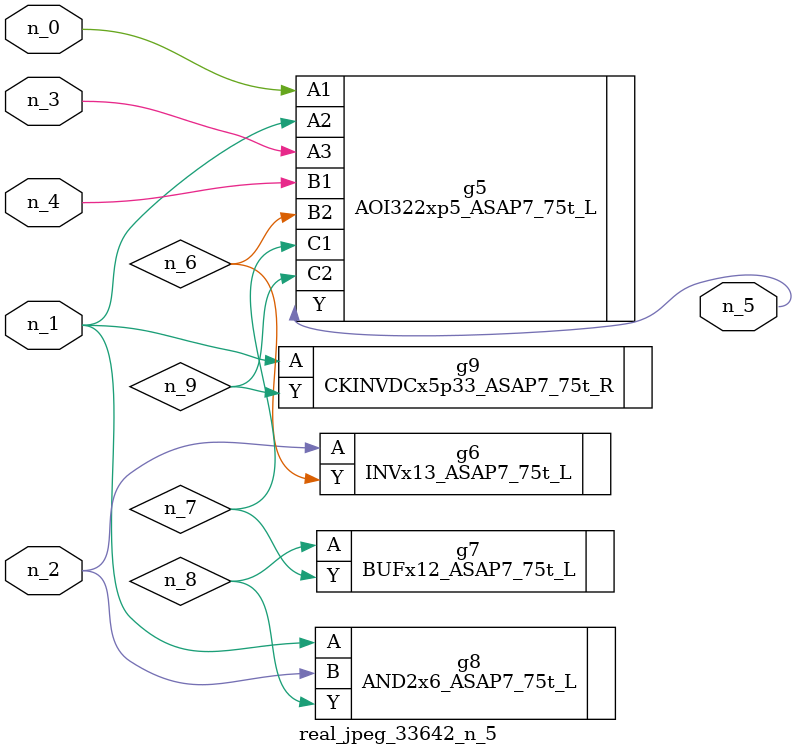
<source format=v>
module real_jpeg_33642_n_5 (n_4, n_0, n_1, n_2, n_3, n_5);

input n_4;
input n_0;
input n_1;
input n_2;
input n_3;

output n_5;

wire n_8;
wire n_6;
wire n_7;
wire n_9;

AOI322xp5_ASAP7_75t_L g5 ( 
.A1(n_0),
.A2(n_1),
.A3(n_3),
.B1(n_4),
.B2(n_6),
.C1(n_7),
.C2(n_9),
.Y(n_5)
);

AND2x6_ASAP7_75t_L g8 ( 
.A(n_1),
.B(n_2),
.Y(n_8)
);

CKINVDCx5p33_ASAP7_75t_R g9 ( 
.A(n_1),
.Y(n_9)
);

INVx13_ASAP7_75t_L g6 ( 
.A(n_2),
.Y(n_6)
);

BUFx12_ASAP7_75t_L g7 ( 
.A(n_8),
.Y(n_7)
);


endmodule
</source>
